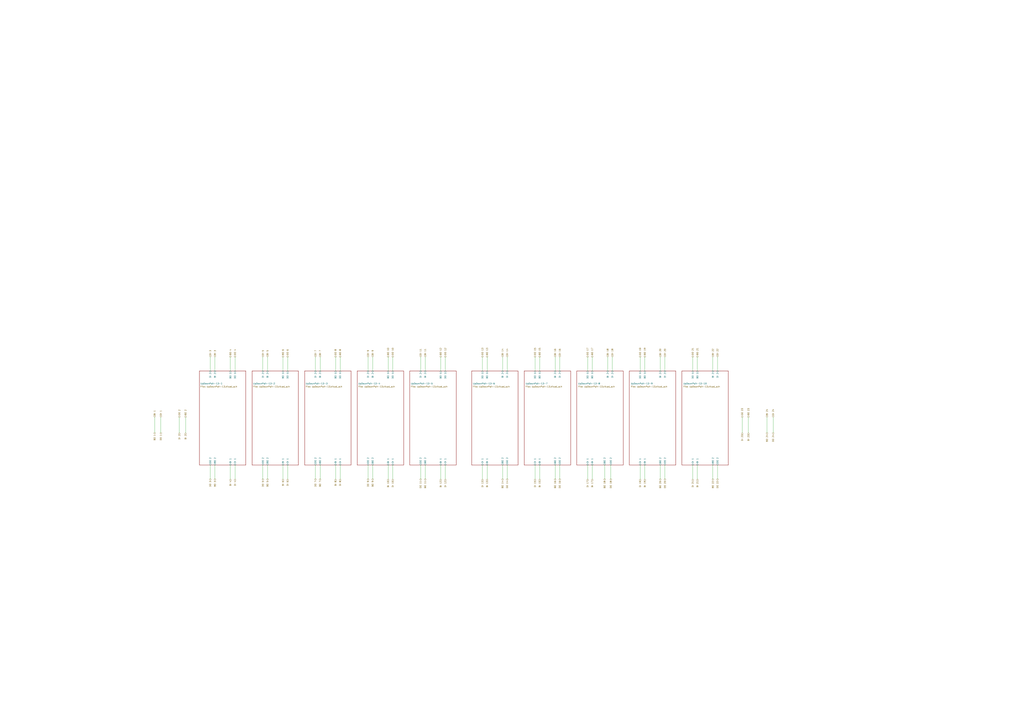
<source format=kicad_sch>
(kicad_sch
	(version 20231120)
	(generator "eeschema")
	(generator_version "8.0")
	(uuid "99161398-2f81-4d73-9532-45031819190d")
	(paper "A1")
	(lib_symbols)
	(wire
		(pts
			(xy 318.77 382.27) (xy 318.77 393.7)
		)
		(stroke
			(width 0)
			(type default)
		)
		(uuid "00eb3dcd-7e9b-491f-aca4-3d60990fca03")
	)
	(wire
		(pts
			(xy 412.75 382.27) (xy 412.75 393.7)
		)
		(stroke
			(width 0)
			(type default)
		)
		(uuid "012076af-2ce7-4f5d-be6f-da5338096e59")
	)
	(wire
		(pts
			(xy 443.23 293.37) (xy 443.23 304.8)
		)
		(stroke
			(width 0)
			(type default)
		)
		(uuid "0400b914-48b1-43e4-bf16-ea0af41f88d9")
	)
	(wire
		(pts
			(xy 219.71 293.37) (xy 219.71 304.8)
		)
		(stroke
			(width 0)
			(type default)
		)
		(uuid "068bad4a-6ee1-4e3e-8476-4011457160e7")
	)
	(wire
		(pts
			(xy 542.29 382.27) (xy 542.29 393.7)
		)
		(stroke
			(width 0)
			(type default)
		)
		(uuid "07687bba-3aa8-4973-bb57-bf995128c0d8")
	)
	(wire
		(pts
			(xy 236.22 382.27) (xy 236.22 393.7)
		)
		(stroke
			(width 0)
			(type default)
		)
		(uuid "10323ae5-6131-4bb2-9343-0392c6c7f6ff")
	)
	(wire
		(pts
			(xy 176.53 382.27) (xy 176.53 393.7)
		)
		(stroke
			(width 0)
			(type default)
		)
		(uuid "1739401a-b415-4605-afab-b7a08068f48d")
	)
	(wire
		(pts
			(xy 572.77 293.37) (xy 572.77 304.8)
		)
		(stroke
			(width 0)
			(type default)
		)
		(uuid "1ce58241-144b-4a82-a411-68176add4db8")
	)
	(wire
		(pts
			(xy 127 355.6) (xy 127 342.9)
		)
		(stroke
			(width 0)
			(type default)
		)
		(uuid "1e9d111c-c321-493d-86b8-26dcc3bc7e75")
	)
	(wire
		(pts
			(xy 459.74 382.27) (xy 459.74 393.7)
		)
		(stroke
			(width 0)
			(type default)
		)
		(uuid "1fe385db-e38b-4818-b2ae-5823e863355d")
	)
	(wire
		(pts
			(xy 275.59 382.27) (xy 275.59 393.7)
		)
		(stroke
			(width 0)
			(type default)
		)
		(uuid "217456ce-36a4-4960-a7e5-acdc3ab2fc3b")
	)
	(wire
		(pts
			(xy 486.41 293.37) (xy 486.41 304.8)
		)
		(stroke
			(width 0)
			(type default)
		)
		(uuid "2266c971-5903-4b1a-8970-289c049c77d5")
	)
	(wire
		(pts
			(xy 306.07 293.37) (xy 306.07 304.8)
		)
		(stroke
			(width 0)
			(type default)
		)
		(uuid "22afd69b-2981-4d26-913b-39dc0cb89a7c")
	)
	(wire
		(pts
			(xy 416.56 382.27) (xy 416.56 393.7)
		)
		(stroke
			(width 0)
			(type default)
		)
		(uuid "24d69267-fc35-4f22-9591-c25cd2e7b505")
	)
	(wire
		(pts
			(xy 172.72 382.27) (xy 172.72 393.7)
		)
		(stroke
			(width 0)
			(type default)
		)
		(uuid "2871a415-d08f-437b-9e99-e1599a650df3")
	)
	(wire
		(pts
			(xy 396.24 382.27) (xy 396.24 393.7)
		)
		(stroke
			(width 0)
			(type default)
		)
		(uuid "2da32aaa-dfb1-4565-a8fd-379c3ef54964")
	)
	(wire
		(pts
			(xy 439.42 382.27) (xy 439.42 393.7)
		)
		(stroke
			(width 0)
			(type default)
		)
		(uuid "304e2fdb-7f8c-4a44-b70e-8b8a5ae531c1")
	)
	(wire
		(pts
			(xy 215.9 382.27) (xy 215.9 393.7)
		)
		(stroke
			(width 0)
			(type default)
		)
		(uuid "310f48eb-9c56-4d52-8210-ee55c9080bf0")
	)
	(wire
		(pts
			(xy 365.76 293.37) (xy 365.76 304.8)
		)
		(stroke
			(width 0)
			(type default)
		)
		(uuid "31d842e6-b9f1-4fc8-b2b5-5fd5c65f7d91")
	)
	(wire
		(pts
			(xy 349.25 293.37) (xy 349.25 304.8)
		)
		(stroke
			(width 0)
			(type default)
		)
		(uuid "37c6a05d-1ce1-4543-9178-c5614513a8fd")
	)
	(wire
		(pts
			(xy 322.58 382.27) (xy 322.58 393.7)
		)
		(stroke
			(width 0)
			(type default)
		)
		(uuid "38c26808-de17-4799-9a42-46b33bdac30f")
	)
	(wire
		(pts
			(xy 482.6 293.37) (xy 482.6 304.8)
		)
		(stroke
			(width 0)
			(type default)
		)
		(uuid "3b025f87-efbb-48ed-8a07-785d86c08bef")
	)
	(wire
		(pts
			(xy 529.59 382.27) (xy 529.59 393.7)
		)
		(stroke
			(width 0)
			(type default)
		)
		(uuid "3d4d4537-a879-4f31-a251-b0abe02a19d7")
	)
	(wire
		(pts
			(xy 416.56 293.37) (xy 416.56 304.8)
		)
		(stroke
			(width 0)
			(type default)
		)
		(uuid "41e3b5d3-4f76-4a6c-af1f-ce957df8dd62")
	)
	(wire
		(pts
			(xy 568.96 382.27) (xy 568.96 393.7)
		)
		(stroke
			(width 0)
			(type default)
		)
		(uuid "46dbf365-3899-420f-b01f-df43cf2c7562")
	)
	(wire
		(pts
			(xy 529.59 293.37) (xy 529.59 304.8)
		)
		(stroke
			(width 0)
			(type default)
		)
		(uuid "47043acd-cc18-4f5e-adbc-c3dc24750c22")
	)
	(wire
		(pts
			(xy 302.26 382.27) (xy 302.26 393.7)
		)
		(stroke
			(width 0)
			(type default)
		)
		(uuid "48cbae3a-4026-426e-bf0d-bcb3ab5fcb08")
	)
	(wire
		(pts
			(xy 439.42 293.37) (xy 439.42 304.8)
		)
		(stroke
			(width 0)
			(type default)
		)
		(uuid "4a88fc4e-07fc-40af-8ab7-a82c9516f874")
	)
	(wire
		(pts
			(xy 193.04 382.27) (xy 193.04 393.7)
		)
		(stroke
			(width 0)
			(type default)
		)
		(uuid "4b4ea541-c7d1-4b47-9f58-4f8f87aa144c")
	)
	(wire
		(pts
			(xy 412.75 293.37) (xy 412.75 304.8)
		)
		(stroke
			(width 0)
			(type default)
		)
		(uuid "5a47c0b9-c8d0-480d-aaf3-837d662ffc89")
	)
	(wire
		(pts
			(xy 345.44 382.27) (xy 345.44 393.7)
		)
		(stroke
			(width 0)
			(type default)
		)
		(uuid "5afec35f-11d2-46c2-856e-1a5b2d8eec88")
	)
	(wire
		(pts
			(xy 585.47 382.27) (xy 585.47 393.7)
		)
		(stroke
			(width 0)
			(type default)
		)
		(uuid "5bb06023-b045-4026-ac6c-9725f3c139a2")
	)
	(wire
		(pts
			(xy 502.92 293.37) (xy 502.92 304.8)
		)
		(stroke
			(width 0)
			(type default)
		)
		(uuid "5c187cb4-3736-4cc1-b3c3-69b2c70c4601")
	)
	(wire
		(pts
			(xy 486.41 382.27) (xy 486.41 393.7)
		)
		(stroke
			(width 0)
			(type default)
		)
		(uuid "5d05d7c3-06ac-4a99-9a80-526cd34ff901")
	)
	(wire
		(pts
			(xy 396.24 293.37) (xy 396.24 304.8)
		)
		(stroke
			(width 0)
			(type default)
		)
		(uuid "5e4d53e2-d61a-4d3d-ac24-43dfb36ffcf0")
	)
	(wire
		(pts
			(xy 318.77 293.37) (xy 318.77 304.8)
		)
		(stroke
			(width 0)
			(type default)
		)
		(uuid "66517d60-e9af-414f-8603-3511e21967ff")
	)
	(wire
		(pts
			(xy 232.41 293.37) (xy 232.41 304.8)
		)
		(stroke
			(width 0)
			(type default)
		)
		(uuid "668b36f4-c3dd-4eef-a070-bc85b3ddf83f")
	)
	(wire
		(pts
			(xy 172.72 293.37) (xy 172.72 304.8)
		)
		(stroke
			(width 0)
			(type default)
		)
		(uuid "66f6b4e6-e1b8-4bb7-962b-68e5e656a6da")
	)
	(wire
		(pts
			(xy 609.6 342.9) (xy 609.6 355.6)
		)
		(stroke
			(width 0)
			(type default)
		)
		(uuid "68ff132d-5cab-422e-85ea-61240ef501f3")
	)
	(wire
		(pts
			(xy 572.77 382.27) (xy 572.77 393.7)
		)
		(stroke
			(width 0)
			(type default)
		)
		(uuid "6aa117ab-c745-448f-93a5-4079d49401a5")
	)
	(wire
		(pts
			(xy 542.29 293.37) (xy 542.29 304.8)
		)
		(stroke
			(width 0)
			(type default)
		)
		(uuid "6b2fd3d9-2ec4-40a3-94fd-1233ed17f9bc")
	)
	(wire
		(pts
			(xy 345.44 293.37) (xy 345.44 304.8)
		)
		(stroke
			(width 0)
			(type default)
		)
		(uuid "6b79a7d5-08fa-4fab-9c2b-6d5b97a5f436")
	)
	(wire
		(pts
			(xy 499.11 293.37) (xy 499.11 304.8)
		)
		(stroke
			(width 0)
			(type default)
		)
		(uuid "76fa4945-a9f4-4c12-b3c4-84b2d4d8324b")
	)
	(wire
		(pts
			(xy 176.53 293.37) (xy 176.53 304.8)
		)
		(stroke
			(width 0)
			(type default)
		)
		(uuid "856bbb7c-533d-4bed-b176-30eebe475b83")
	)
	(wire
		(pts
			(xy 361.95 382.27) (xy 361.95 393.7)
		)
		(stroke
			(width 0)
			(type default)
		)
		(uuid "859858cb-b154-4464-abd1-a75c8aa53f48")
	)
	(wire
		(pts
			(xy 361.95 293.37) (xy 361.95 304.8)
		)
		(stroke
			(width 0)
			(type default)
		)
		(uuid "863dc6a4-fd50-4ff9-9178-6c86dca6aef3")
	)
	(wire
		(pts
			(xy 302.26 293.37) (xy 302.26 304.8)
		)
		(stroke
			(width 0)
			(type default)
		)
		(uuid "873f3957-7941-4735-9c41-1ff77cb88bae")
	)
	(wire
		(pts
			(xy 259.08 382.27) (xy 259.08 393.7)
		)
		(stroke
			(width 0)
			(type default)
		)
		(uuid "8bfd7ebb-ff65-4fca-9b18-52bb6b84a21c")
	)
	(wire
		(pts
			(xy 365.76 382.27) (xy 365.76 393.7)
		)
		(stroke
			(width 0)
			(type default)
		)
		(uuid "8c904d64-0336-4c09-b093-c6bf2651b58e")
	)
	(wire
		(pts
			(xy 189.23 293.37) (xy 189.23 304.8)
		)
		(stroke
			(width 0)
			(type default)
		)
		(uuid "8f7a35c3-435f-4411-8a0f-cc96b0fb36ed")
	)
	(wire
		(pts
			(xy 585.47 293.37) (xy 585.47 304.8)
		)
		(stroke
			(width 0)
			(type default)
		)
		(uuid "8ff2623f-9e0c-4e2a-be5f-636942801788")
	)
	(wire
		(pts
			(xy 279.4 293.37) (xy 279.4 304.8)
		)
		(stroke
			(width 0)
			(type default)
		)
		(uuid "9099b1c4-8c2a-4235-9cb5-b33ae8f13472")
	)
	(wire
		(pts
			(xy 275.59 293.37) (xy 275.59 304.8)
		)
		(stroke
			(width 0)
			(type default)
		)
		(uuid "934e9de5-659c-4fda-afa5-527b066e7a61")
	)
	(wire
		(pts
			(xy 482.6 382.27) (xy 482.6 393.7)
		)
		(stroke
			(width 0)
			(type default)
		)
		(uuid "93a0bffb-7ffe-43fb-a260-f7316f8521a0")
	)
	(wire
		(pts
			(xy 455.93 382.27) (xy 455.93 393.7)
		)
		(stroke
			(width 0)
			(type default)
		)
		(uuid "951bec97-4648-46f7-a493-1b3757e792b4")
	)
	(wire
		(pts
			(xy 589.28 293.37) (xy 589.28 304.8)
		)
		(stroke
			(width 0)
			(type default)
		)
		(uuid "9ab1cef0-a56a-43dd-a983-f4a0203878ed")
	)
	(wire
		(pts
			(xy 306.07 382.27) (xy 306.07 393.7)
		)
		(stroke
			(width 0)
			(type default)
		)
		(uuid "a76775b2-9256-4de2-aae6-d4ebb042f7cf")
	)
	(wire
		(pts
			(xy 215.9 293.37) (xy 215.9 304.8)
		)
		(stroke
			(width 0)
			(type default)
		)
		(uuid "aaf19566-9fc1-4cf4-a96d-53af7eb73941")
	)
	(wire
		(pts
			(xy 459.74 293.37) (xy 459.74 304.8)
		)
		(stroke
			(width 0)
			(type default)
		)
		(uuid "acfa2093-d3ea-4847-8c84-4c6d3c1b97d6")
	)
	(wire
		(pts
			(xy 189.23 382.27) (xy 189.23 393.7)
		)
		(stroke
			(width 0)
			(type default)
		)
		(uuid "b26f1268-e82b-4e65-93d1-665bb99610d7")
	)
	(wire
		(pts
			(xy 152.4 355.6) (xy 152.4 342.9)
		)
		(stroke
			(width 0)
			(type default)
		)
		(uuid "b58bd722-7997-43ae-b723-a59a2eb79eb6")
	)
	(wire
		(pts
			(xy 443.23 382.27) (xy 443.23 393.7)
		)
		(stroke
			(width 0)
			(type default)
		)
		(uuid "b68d12b4-2279-40c8-9215-69e9043278e6")
	)
	(wire
		(pts
			(xy 525.78 293.37) (xy 525.78 304.8)
		)
		(stroke
			(width 0)
			(type default)
		)
		(uuid "b9e1a949-3920-426d-82e2-fff9f9ffe849")
	)
	(wire
		(pts
			(xy 400.05 293.37) (xy 400.05 304.8)
		)
		(stroke
			(width 0)
			(type default)
		)
		(uuid "bfb3efc4-b2dc-476b-bb9a-e75d3b73dce2")
	)
	(wire
		(pts
			(xy 259.08 293.37) (xy 259.08 304.8)
		)
		(stroke
			(width 0)
			(type default)
		)
		(uuid "bfd641fd-bde0-4665-8d53-ca32793d8c76")
	)
	(wire
		(pts
			(xy 629.92 342.9) (xy 629.92 355.6)
		)
		(stroke
			(width 0)
			(type default)
		)
		(uuid "c2703045-8fab-4aaa-bf17-c618f01c8ff0")
	)
	(wire
		(pts
			(xy 349.25 382.27) (xy 349.25 393.7)
		)
		(stroke
			(width 0)
			(type default)
		)
		(uuid "c3906ba5-7684-43b8-a6ba-86cbf44bafe6")
	)
	(wire
		(pts
			(xy 546.1 293.37) (xy 546.1 304.8)
		)
		(stroke
			(width 0)
			(type default)
		)
		(uuid "c4829bcb-cc68-4548-b871-1e157e8195f1")
	)
	(wire
		(pts
			(xy 232.41 382.27) (xy 232.41 393.7)
		)
		(stroke
			(width 0)
			(type default)
		)
		(uuid "c5397546-da05-4db0-9253-f56fcb435aec")
	)
	(wire
		(pts
			(xy 525.78 382.27) (xy 525.78 393.7)
		)
		(stroke
			(width 0)
			(type default)
		)
		(uuid "ca16abb6-8ac5-4c26-b478-13799c99e0fc")
	)
	(wire
		(pts
			(xy 455.93 293.37) (xy 455.93 304.8)
		)
		(stroke
			(width 0)
			(type default)
		)
		(uuid "ccccaff8-c7a0-4267-9dba-cbabc31cd92e")
	)
	(wire
		(pts
			(xy 132.08 355.6) (xy 132.08 342.9)
		)
		(stroke
			(width 0)
			(type default)
		)
		(uuid "dd3635d4-5781-4e6f-80be-ac5c6aa47b12")
	)
	(wire
		(pts
			(xy 635 342.9) (xy 635 355.6)
		)
		(stroke
			(width 0)
			(type default)
		)
		(uuid "e0954c08-6093-40f5-a95a-d517a5273539")
	)
	(wire
		(pts
			(xy 262.89 293.37) (xy 262.89 304.8)
		)
		(stroke
			(width 0)
			(type default)
		)
		(uuid "e93c2783-bc9a-49b3-baa8-17fe1eb9c41a")
	)
	(wire
		(pts
			(xy 614.68 342.9) (xy 614.68 355.6)
		)
		(stroke
			(width 0)
			(type default)
		)
		(uuid "ec657375-fd61-4dbf-b2b9-10cced6b7462")
	)
	(wire
		(pts
			(xy 496.57 382.27) (xy 496.57 393.7)
		)
		(stroke
			(width 0)
			(type default)
		)
		(uuid "eea3f138-5cc4-4779-bcf2-5687db22ce2c")
	)
	(wire
		(pts
			(xy 322.58 293.37) (xy 322.58 304.8)
		)
		(stroke
			(width 0)
			(type default)
		)
		(uuid "f044854a-1de2-4993-ae4c-3f184b02257e")
	)
	(wire
		(pts
			(xy 501.65 382.27) (xy 501.65 393.7)
		)
		(stroke
			(width 0)
			(type default)
		)
		(uuid "f286f54a-b186-4c3a-bdfa-93836cdc0bc2")
	)
	(wire
		(pts
			(xy 193.04 293.37) (xy 193.04 304.8)
		)
		(stroke
			(width 0)
			(type default)
		)
		(uuid "f405cfa5-a298-436b-a58e-1ff179162488")
	)
	(wire
		(pts
			(xy 219.71 382.27) (xy 219.71 393.7)
		)
		(stroke
			(width 0)
			(type default)
		)
		(uuid "f8404327-35c8-4914-8540-3553fcbfb2d3")
	)
	(wire
		(pts
			(xy 546.1 382.27) (xy 546.1 393.7)
		)
		(stroke
			(width 0)
			(type default)
		)
		(uuid "f9cd718d-45c1-4f72-9f3a-ca27a0a1e9be")
	)
	(wire
		(pts
			(xy 262.89 382.27) (xy 262.89 393.7)
		)
		(stroke
			(width 0)
			(type default)
		)
		(uuid "fa5fee4f-a09c-460c-aa3f-dfe4e9256d4e")
	)
	(wire
		(pts
			(xy 279.4 382.27) (xy 279.4 393.7)
		)
		(stroke
			(width 0)
			(type default)
		)
		(uuid "fb8929c9-71ff-4d0b-b4f1-2f6c36fcab91")
	)
	(wire
		(pts
			(xy 589.28 382.27) (xy 589.28 393.7)
		)
		(stroke
			(width 0)
			(type default)
		)
		(uuid "fdd7b001-41cf-4062-8f47-b903fd812f18")
	)
	(wire
		(pts
			(xy 147.32 355.6) (xy 147.32 342.9)
		)
		(stroke
			(width 0)
			(type default)
		)
		(uuid "fe71f532-74b6-4cdf-b3f4-3d69c9c69c36")
	)
	(wire
		(pts
			(xy 568.96 293.37) (xy 568.96 304.8)
		)
		(stroke
			(width 0)
			(type default)
		)
		(uuid "ff702115-ca20-4c32-9d46-7111a4053c54")
	)
	(wire
		(pts
			(xy 236.22 293.37) (xy 236.22 304.8)
		)
		(stroke
			(width 0)
			(type default)
		)
		(uuid "fff047c9-615f-4cb9-911d-c7cf67109c88")
	)
	(wire
		(pts
			(xy 400.05 382.27) (xy 400.05 393.7)
		)
		(stroke
			(width 0)
			(type default)
		)
		(uuid "fff4f739-3550-4f5c-b454-cb3644f32a2e")
	)
	(hierarchical_label "BO 11"
		(shape output)
		(at 349.25 393.7 270)
		(fields_autoplaced yes)
		(effects
			(font
				(size 1.27 1.27)
			)
			(justify right)
		)
		(uuid "008bbcc8-a13e-4931-b215-c505390d4bf2")
	)
	(hierarchical_label "DI 10"
		(shape input)
		(at 322.58 393.7 270)
		(fields_autoplaced yes)
		(effects
			(font
				(size 1.27 1.27)
			)
			(justify right)
		)
		(uuid "01ef41a8-6cf8-44a8-b685-b7d96b502c44")
	)
	(hierarchical_label "BO 12"
		(shape output)
		(at 361.95 293.37 90)
		(fields_autoplaced yes)
		(effects
			(font
				(size 1.27 1.27)
			)
			(justify left)
		)
		(uuid "032da81d-aef8-4515-b500-035aad888844")
	)
	(hierarchical_label "BO 24"
		(shape output)
		(at 629.92 355.6 270)
		(fields_autoplaced yes)
		(effects
			(font
				(size 1.27 1.27)
			)
			(justify right)
		)
		(uuid "04fccf48-c084-457c-844b-3c739207cd4a")
	)
	(hierarchical_label "DI 12"
		(shape input)
		(at 365.76 393.7 270)
		(fields_autoplaced yes)
		(effects
			(font
				(size 1.27 1.27)
			)
			(justify right)
		)
		(uuid "0a74a735-e695-45f4-abee-a6202ecfa206")
	)
	(hierarchical_label "BO 10"
		(shape output)
		(at 318.77 293.37 90)
		(fields_autoplaced yes)
		(effects
			(font
				(size 1.27 1.27)
			)
			(justify left)
		)
		(uuid "0ba620cf-8072-4934-a469-bb9eecc83174")
	)
	(hierarchical_label "DO 17"
		(shape output)
		(at 482.6 293.37 90)
		(fields_autoplaced yes)
		(effects
			(font
				(size 1.27 1.27)
			)
			(justify left)
		)
		(uuid "0d944424-290f-400d-9c87-6933c19bc44a")
	)
	(hierarchical_label "BO 17"
		(shape output)
		(at 486.41 293.37 90)
		(fields_autoplaced yes)
		(effects
			(font
				(size 1.27 1.27)
			)
			(justify left)
		)
		(uuid "0e573ec4-e757-4cdf-89eb-f6eb55c03edb")
	)
	(hierarchical_label "DO 4"
		(shape output)
		(at 193.04 293.37 90)
		(fields_autoplaced yes)
		(effects
			(font
				(size 1.27 1.27)
			)
			(justify left)
		)
		(uuid "0fe7118d-0446-4a36-9c9f-b01ddca2e259")
	)
	(hierarchical_label "DI 21"
		(shape input)
		(at 568.96 393.7 270)
		(fields_autoplaced yes)
		(effects
			(font
				(size 1.27 1.27)
			)
			(justify right)
		)
		(uuid "14425495-2aa6-4643-8bb1-6363a6c5993b")
	)
	(hierarchical_label "DO 23"
		(shape output)
		(at 609.6 342.9 90)
		(fields_autoplaced yes)
		(effects
			(font
				(size 1.27 1.27)
			)
			(justify left)
		)
		(uuid "14e50661-8e5d-4af5-99e2-fba677be2e75")
	)
	(hierarchical_label "DO 13"
		(shape output)
		(at 396.24 293.37 90)
		(fields_autoplaced yes)
		(effects
			(font
				(size 1.27 1.27)
			)
			(justify left)
		)
		(uuid "170f4f48-0503-4c87-bea6-13bcf756e4cb")
	)
	(hierarchical_label "BI 15"
		(shape input)
		(at 443.23 393.7 270)
		(fields_autoplaced yes)
		(effects
			(font
				(size 1.27 1.27)
			)
			(justify right)
		)
		(uuid "1dca0319-193c-4647-8ea5-b676619d5c2d")
	)
	(hierarchical_label "DO 8"
		(shape output)
		(at 275.59 293.37 90)
		(fields_autoplaced yes)
		(effects
			(font
				(size 1.27 1.27)
			)
			(justify left)
		)
		(uuid "2349692e-f4a2-43bb-b699-5bb6d479a9dc")
	)
	(hierarchical_label "DI 20"
		(shape input)
		(at 546.1 293.37 90)
		(fields_autoplaced yes)
		(effects
			(font
				(size 1.27 1.27)
			)
			(justify left)
		)
		(uuid "26f77031-4785-4f21-b0e0-5c3d72b970a1")
	)
	(hierarchical_label "DO 22"
		(shape output)
		(at 589.28 393.7 270)
		(fields_autoplaced yes)
		(effects
			(font
				(size 1.27 1.27)
			)
			(justify right)
		)
		(uuid "294c4032-6616-498d-8597-16d738fc4377")
	)
	(hierarchical_label "BO 15"
		(shape output)
		(at 443.23 293.37 90)
		(fields_autoplaced yes)
		(effects
			(font
				(size 1.27 1.27)
			)
			(justify left)
		)
		(uuid "2abe125f-1398-467a-8af3-7606529fcecb")
	)
	(hierarchical_label "DO 5"
		(shape output)
		(at 215.9 393.7 270)
		(fields_autoplaced yes)
		(effects
			(font
				(size 1.27 1.27)
			)
			(justify right)
		)
		(uuid "2d4f7131-f5ab-4922-9d9a-4d6151de3b4b")
	)
	(hierarchical_label "BI 19"
		(shape input)
		(at 529.59 393.7 270)
		(fields_autoplaced yes)
		(effects
			(font
				(size 1.27 1.27)
			)
			(justify right)
		)
		(uuid "2d513406-916c-4a1e-8fca-846342c4cff8")
	)
	(hierarchical_label "BI 23"
		(shape input)
		(at 614.68 355.6 270)
		(fields_autoplaced yes)
		(effects
			(font
				(size 1.27 1.27)
			)
			(justify right)
		)
		(uuid "30e1b19e-248f-416e-8d95-6a6b70f0b78a")
	)
	(hierarchical_label "BI 4"
		(shape input)
		(at 189.23 393.7 270)
		(fields_autoplaced yes)
		(effects
			(font
				(size 1.27 1.27)
			)
			(justify right)
		)
		(uuid "352f3a70-bc28-420d-9365-4fe263c50d96")
	)
	(hierarchical_label "DI 23"
		(shape input)
		(at 609.6 355.6 270)
		(fields_autoplaced yes)
		(effects
			(font
				(size 1.27 1.27)
			)
			(justify right)
		)
		(uuid "3864b0d8-57fa-4548-8e43-9f854be927a2")
	)
	(hierarchical_label "BI 8"
		(shape input)
		(at 275.59 393.7 270)
		(fields_autoplaced yes)
		(effects
			(font
				(size 1.27 1.27)
			)
			(justify right)
		)
		(uuid "3995cdb8-705d-42b9-8e8d-720dd5d2a5d1")
	)
	(hierarchical_label "DI 7"
		(shape input)
		(at 259.08 293.37 90)
		(fields_autoplaced yes)
		(effects
			(font
				(size 1.27 1.27)
			)
			(justify left)
		)
		(uuid "3ae18078-733e-4841-a2ca-eb66ccf1868f")
	)
	(hierarchical_label "BO 20"
		(shape output)
		(at 542.29 393.7 270)
		(fields_autoplaced yes)
		(effects
			(font
				(size 1.27 1.27)
			)
			(justify right)
		)
		(uuid "3c8c4ff2-90ab-48cd-906a-190169365747")
	)
	(hierarchical_label "DO 7"
		(shape output)
		(at 259.08 393.7 270)
		(fields_autoplaced yes)
		(effects
			(font
				(size 1.27 1.27)
			)
			(justify right)
		)
		(uuid "3cb30c14-1881-4e01-937c-ad972a46fca4")
	)
	(hierarchical_label "BO 6"
		(shape output)
		(at 232.41 293.37 90)
		(fields_autoplaced yes)
		(effects
			(font
				(size 1.27 1.27)
			)
			(justify left)
		)
		(uuid "419ba664-bff0-492b-aff2-f413c5788cf5")
	)
	(hierarchical_label "BI 1"
		(shape input)
		(at 127 342.9 90)
		(fields_autoplaced yes)
		(effects
			(font
				(size 1.27 1.27)
			)
			(justify left)
		)
		(uuid "44a0be51-33da-4fb6-a835-26cef0813700")
	)
	(hierarchical_label "DO 14"
		(shape output)
		(at 416.56 393.7 270)
		(fields_autoplaced yes)
		(effects
			(font
				(size 1.27 1.27)
			)
			(justify right)
		)
		(uuid "45722529-a691-4fdd-90fe-4f6417a80f3f")
	)
	(hierarchical_label "DO 15"
		(shape output)
		(at 439.42 293.37 90)
		(fields_autoplaced yes)
		(effects
			(font
				(size 1.27 1.27)
			)
			(justify left)
		)
		(uuid "48148154-1e4e-408f-beb4-b60597147dea")
	)
	(hierarchical_label "DI 13"
		(shape input)
		(at 396.24 393.7 270)
		(fields_autoplaced yes)
		(effects
			(font
				(size 1.27 1.27)
			)
			(justify right)
		)
		(uuid "48d563b2-80ec-4b6e-944a-edce80025a35")
	)
	(hierarchical_label "BI 24"
		(shape input)
		(at 629.92 342.9 90)
		(fields_autoplaced yes)
		(effects
			(font
				(size 1.27 1.27)
			)
			(justify left)
		)
		(uuid "49b12f33-2f7a-4e25-bf24-4a02f4709ee5")
	)
	(hierarchical_label "DI 3"
		(shape input)
		(at 172.72 293.37 90)
		(fields_autoplaced yes)
		(effects
			(font
				(size 1.27 1.27)
			)
			(justify left)
		)
		(uuid "4bad7f3c-2a03-4cb1-9888-51f356ba2839")
	)
	(hierarchical_label "BI 6"
		(shape input)
		(at 232.41 393.7 270)
		(fields_autoplaced yes)
		(effects
			(font
				(size 1.27 1.27)
			)
			(justify right)
		)
		(uuid "4ccd115b-e008-4d28-a4ca-91c395e3e3e5")
	)
	(hierarchical_label "BO 3"
		(shape output)
		(at 176.53 393.7 270)
		(fields_autoplaced yes)
		(effects
			(font
				(size 1.27 1.27)
			)
			(justify right)
		)
		(uuid "4d7a859e-dc16-4317-aa63-cd41564b925f")
	)
	(hierarchical_label "BI 2"
		(shape input)
		(at 152.4 355.6 270)
		(fields_autoplaced yes)
		(effects
			(font
				(size 1.27 1.27)
			)
			(justify right)
		)
		(uuid "4d7c7c00-67e1-4dd7-a6f1-84697b4e85af")
	)
	(hierarchical_label "DI 22"
		(shape input)
		(at 589.28 293.37 90)
		(fields_autoplaced yes)
		(effects
			(font
				(size 1.27 1.27)
			)
			(justify left)
		)
		(uuid "4e41e8f6-964d-41d3-b330-7e6329cbb3ec")
	)
	(hierarchical_label "BI 20"
		(shape input)
		(at 542.29 293.37 90)
		(fields_autoplaced yes)
		(effects
			(font
				(size 1.27 1.27)
			)
			(justify left)
		)
		(uuid "5194454c-1d4d-463f-8aa8-23c9311c818f")
	)
	(hierarchical_label "BI 14"
		(shape input)
		(at 412.75 293.37 90)
		(fields_autoplaced yes)
		(effects
			(font
				(size 1.27 1.27)
			)
			(justify left)
		)
		(uuid "53bb18fe-ea90-49f7-8a1f-79fc1a7010c8")
	)
	(hierarchical_label "BO 9"
		(shape output)
		(at 306.07 393.7 270)
		(fields_autoplaced yes)
		(effects
			(font
				(size 1.27 1.27)
			)
			(justify right)
		)
		(uuid "550572ac-17a3-4030-b1a2-e74efe64334f")
	)
	(hierarchical_label "BI 21"
		(shape input)
		(at 572.77 393.7 270)
		(fields_autoplaced yes)
		(effects
			(font
				(size 1.27 1.27)
			)
			(justify right)
		)
		(uuid "5c12ba1e-5106-418c-9db8-9db13305f9b2")
	)
	(hierarchical_label "DO 20"
		(shape output)
		(at 546.1 393.7 270)
		(fields_autoplaced yes)
		(effects
			(font
				(size 1.27 1.27)
			)
			(justify right)
		)
		(uuid "5d3268b4-579e-46df-b1a0-d1619bdf2cf9")
	)
	(hierarchical_label "DI 5"
		(shape input)
		(at 215.9 293.37 90)
		(fields_autoplaced yes)
		(effects
			(font
				(size 1.27 1.27)
			)
			(justify left)
		)
		(uuid "63bb4ab7-89fe-44d7-997d-4282eda8ae1a")
	)
	(hierarchical_label "BO 7"
		(shape output)
		(at 262.89 393.7 270)
		(fields_autoplaced yes)
		(effects
			(font
				(size 1.27 1.27)
			)
			(justify right)
		)
		(uuid "6434e523-14fa-45b9-b2e5-7f5e995b8ee7")
	)
	(hierarchical_label "DI 15"
		(shape input)
		(at 439.42 393.7 270)
		(fields_autoplaced yes)
		(effects
			(font
				(size 1.27 1.27)
			)
			(justify right)
		)
		(uuid "6758be13-95c8-465b-9196-ab8ee28d9abe")
	)
	(hierarchical_label "BI 7"
		(shape input)
		(at 262.89 293.37 90)
		(fields_autoplaced yes)
		(effects
			(font
				(size 1.27 1.27)
			)
			(justify left)
		)
		(uuid "69f3c1c6-18a0-48d9-a578-cb6048196242")
	)
	(hierarchical_label "DO 9"
		(shape output)
		(at 302.26 393.7 270)
		(fields_autoplaced yes)
		(effects
			(font
				(size 1.27 1.27)
			)
			(justify right)
		)
		(uuid "6abc8a3f-83f4-46ff-9f34-dfe7e71b84b3")
	)
	(hierarchical_label "BI 22"
		(shape input)
		(at 585.47 293.37 90)
		(fields_autoplaced yes)
		(effects
			(font
				(size 1.27 1.27)
			)
			(justify left)
		)
		(uuid "6e257022-ab2d-4dcf-94b6-58741f811fcb")
	)
	(hierarchical_label "DI 16"
		(shape input)
		(at 459.74 293.37 90)
		(fields_autoplaced yes)
		(effects
			(font
				(size 1.27 1.27)
			)
			(justify left)
		)
		(uuid "715f02b2-7cc0-4122-9d3b-5ee7cbd68327")
	)
	(hierarchical_label "BO 23"
		(shape output)
		(at 614.68 342.9 90)
		(fields_autoplaced yes)
		(effects
			(font
				(size 1.27 1.27)
			)
			(justify left)
		)
		(uuid "7319a1b8-850f-4f6c-8a6b-732074e688b5")
	)
	(hierarchical_label "BO 16"
		(shape output)
		(at 455.93 393.7 270)
		(fields_autoplaced yes)
		(effects
			(font
				(size 1.27 1.27)
			)
			(justify right)
		)
		(uuid "801875c2-d369-495d-ac95-616e6740e34b")
	)
	(hierarchical_label "BI 10"
		(shape input)
		(at 318.77 393.7 270)
		(fields_autoplaced yes)
		(effects
			(font
				(size 1.27 1.27)
			)
			(justify right)
		)
		(uuid "871b560d-c2af-4cbd-a700-7828e550c8ce")
	)
	(hierarchical_label "DI 9"
		(shape input)
		(at 302.26 293.37 90)
		(fields_autoplaced yes)
		(effects
			(font
				(size 1.27 1.27)
			)
			(justify left)
		)
		(uuid "900f0a88-ddc2-479c-b173-3c537eae4bc1")
	)
	(hierarchical_label "DO 24"
		(shape output)
		(at 635 355.6 270)
		(fields_autoplaced yes)
		(effects
			(font
				(size 1.27 1.27)
			)
			(justify right)
		)
		(uuid "908caff2-d902-41fc-b9cf-7d9f48ec1e7c")
	)
	(hierarchical_label "DO 3"
		(shape output)
		(at 172.72 393.7 270)
		(fields_autoplaced yes)
		(effects
			(font
				(size 1.27 1.27)
			)
			(justify right)
		)
		(uuid "955d4d1f-0ade-49b3-9fbe-5bb7e836912e")
	)
	(hierarchical_label "BI 3"
		(shape input)
		(at 176.53 293.37 90)
		(fields_autoplaced yes)
		(effects
			(font
				(size 1.27 1.27)
			)
			(justify left)
		)
		(uuid "96e64b76-4fc2-438c-81aa-6217faf91ea0")
	)
	(hierarchical_label "BI 5"
		(shape input)
		(at 219.71 293.37 90)
		(fields_autoplaced yes)
		(effects
			(font
				(size 1.27 1.27)
			)
			(justify left)
		)
		(uuid "980d7c6d-cb99-4044-8c65-c6e5041df210")
	)
	(hierarchical_label "DI 24"
		(shape input)
		(at 635 342.9 90)
		(fields_autoplaced yes)
		(effects
			(font
				(size 1.27 1.27)
			)
			(justify left)
		)
		(uuid "9a17efbe-e00a-4927-b51b-5c1b7ec49947")
	)
	(hierarchical_label "BO 13"
		(shape output)
		(at 400.05 293.37 90)
		(fields_autoplaced yes)
		(effects
			(font
				(size 1.27 1.27)
			)
			(justify left)
		)
		(uuid "9a4802dc-42b7-45f5-8601-84bb1ad7300a")
	)
	(hierarchical_label "DO 10"
		(shape output)
		(at 322.58 293.37 90)
		(fields_autoplaced yes)
		(effects
			(font
				(size 1.27 1.27)
			)
			(justify left)
		)
		(uuid "9dc55707-228a-41fa-b091-f1eafc95c9af")
	)
	(hierarchical_label "DI 14"
		(shape input)
		(at 416.56 293.37 90)
		(fields_autoplaced yes)
		(effects
			(font
				(size 1.27 1.27)
			)
			(justify left)
		)
		(uuid "9e38fe0d-180f-487d-be04-3674a36e1681")
	)
	(hierarchical_label "DI 2"
		(shape input)
		(at 147.32 355.6 270)
		(fields_autoplaced yes)
		(effects
			(font
				(size 1.27 1.27)
			)
			(justify right)
		)
		(uuid "a1088304-7b37-4bee-a3d3-9f13c83078ea")
	)
	(hierarchical_label "BI 12"
		(shape input)
		(at 361.95 393.7 270)
		(fields_autoplaced yes)
		(effects
			(font
				(size 1.27 1.27)
			)
			(justify right)
		)
		(uuid "a33747d6-5225-4b3c-8a25-184c5ad053d6")
	)
	(hierarchical_label "DI 17"
		(shape input)
		(at 482.6 393.7 270)
		(fields_autoplaced yes)
		(effects
			(font
				(size 1.27 1.27)
			)
			(justify right)
		)
		(uuid "a3e64dae-9485-4a0e-821b-c51a72705672")
	)
	(hierarchical_label "BI 9"
		(shape input)
		(at 306.07 293.37 90)
		(fields_autoplaced yes)
		(effects
			(font
				(size 1.27 1.27)
			)
			(justify left)
		)
		(uuid "a496a31f-6b6e-4963-bd15-9695c87a6f68")
	)
	(hierarchical_label "DO 19"
		(shape output)
		(at 525.78 293.37 90)
		(fields_autoplaced yes)
		(effects
			(font
				(size 1.27 1.27)
			)
			(justify left)
		)
		(uuid "a8bf2394-759e-4285-a9b3-ec0420d27fe4")
	)
	(hierarchical_label "DI 18"
		(shape input)
		(at 502.92 293.37 90)
		(fields_autoplaced yes)
		(effects
			(font
				(size 1.27 1.27)
			)
			(justify left)
		)
		(uuid "a96529c6-3695-420f-b1c5-b865aacf3690")
	)
	(hierarchical_label "BO 14"
		(shape output)
		(at 412.75 393.7 270)
		(fields_autoplaced yes)
		(effects
			(font
				(size 1.27 1.27)
			)
			(justify right)
		)
		(uuid "a9acfccc-5e13-475a-8b93-7d654c7a9724")
	)
	(hierarchical_label "DO 21"
		(shape output)
		(at 568.96 293.37 90)
		(fields_autoplaced yes)
		(effects
			(font
				(size 1.27 1.27)
			)
			(justify left)
		)
		(uuid "ab88c113-e7b5-4d8f-90bb-06a43bae0ef9")
	)
	(hierarchical_label "BO 1"
		(shape output)
		(at 127 355.6 270)
		(fields_autoplaced yes)
		(effects
			(font
				(size 1.27 1.27)
			)
			(justify right)
		)
		(uuid "abdf8687-ecc2-46ff-8acc-6f41679587d9")
	)
	(hierarchical_label "DI 1"
		(shape input)
		(at 132.08 342.9 90)
		(fields_autoplaced yes)
		(effects
			(font
				(size 1.27 1.27)
			)
			(justify left)
		)
		(uuid "b0ca76ab-886a-47c5-9ad7-8036ee5a2047")
	)
	(hierarchical_label "DO 16"
		(shape output)
		(at 459.74 393.7 270)
		(fields_autoplaced yes)
		(effects
			(font
				(size 1.27 1.27)
			)
			(justify right)
		)
		(uuid "b45b64b3-6b29-4c24-ac6f-e5d9f0985d6a")
	)
	(hierarchical_label "DO 12"
		(shape output)
		(at 365.76 293.37 90)
		(fields_autoplaced yes)
		(effects
			(font
				(size 1.27 1.27)
			)
			(justify left)
		)
		(uuid "b940436a-e4d7-410a-8249-3716d695d01f")
	)
	(hierarchical_label "BO 5"
		(shape output)
		(at 219.71 393.7 270)
		(fields_autoplaced yes)
		(effects
			(font
				(size 1.27 1.27)
			)
			(justify right)
		)
		(uuid "be01a629-ed30-4900-8aa3-7bc7e9dd2518")
	)
	(hierarchical_label "DI 19"
		(shape input)
		(at 525.78 393.7 270)
		(fields_autoplaced yes)
		(effects
			(font
				(size 1.27 1.27)
			)
			(justify right)
		)
		(uuid "c4f7bcb5-7fee-4873-8e63-17809ee19862")
	)
	(hierarchical_label "BI 16"
		(shape input)
		(at 455.93 293.37 90)
		(fields_autoplaced yes)
		(effects
			(font
				(size 1.27 1.27)
			)
			(justify left)
		)
		(uuid "c51ffa88-1ae0-42fb-ba88-6f2cc2a70e5a")
	)
	(hierarchical_label "DO 1"
		(shape output)
		(at 132.08 355.6 270)
		(fields_autoplaced yes)
		(effects
			(font
				(size 1.27 1.27)
			)
			(justify right)
		)
		(uuid "c7a8029b-a453-4d7f-9e0e-4c413da78bd1")
	)
	(hierarchical_label "BI 18"
		(shape input)
		(at 499.11 293.37 90)
		(fields_autoplaced yes)
		(effects
			(font
				(size 1.27 1.27)
			)
			(justify left)
		)
		(uuid "ca038895-7ff4-4dd1-b3d1-9fb80d0f0d30")
	)
	(hierarchical_label "DO 11"
		(shape output)
		(at 345.44 393.7 270)
		(fields_autoplaced yes)
		(effects
			(font
				(size 1.27 1.27)
			)
			(justify right)
		)
		(uuid "cb083036-f288-4a05-b1fe-1a2b89800a45")
	)
	(hierarchical_label "DI 11"
		(shape input)
		(at 345.44 293.37 90)
		(fields_autoplaced yes)
		(effects
			(font
				(size 1.27 1.27)
			)
			(justify left)
		)
		(uuid "cccf69d8-c323-48eb-8bbc-6b1bbb8ebb01")
	)
	(hierarchical_label "BO 21"
		(shape output)
		(at 572.77 293.37 90)
		(fields_autoplaced yes)
		(effects
			(font
				(size 1.27 1.27)
			)
			(justify left)
		)
		(uuid "d170bc2c-d818-496a-8c52-1a0642fe3cad")
	)
	(hierarchical_label "BI 17"
		(shape input)
		(at 486.41 393.7 270)
		(fields_autoplaced yes)
		(effects
			(font
				(size 1.27 1.27)
			)
			(justify right)
		)
		(uuid "d1abd251-7599-4814-9c9c-d354bd5431d7")
	)
	(hierarchical_label "BO 22"
		(shape output)
		(at 585.47 393.7 270)
		(fields_autoplaced yes)
		(effects
			(font
				(size 1.27 1.27)
			)
			(justify right)
		)
		(uuid "d2d7dec6-6252-4d14-898e-00a0567f8eae")
	)
	(hierarchical_label "BI 11"
		(shape input)
		(at 349.25 293.37 90)
		(fields_autoplaced yes)
		(effects
			(font
				(size 1.27 1.27)
			)
			(justify left)
		)
		(uuid "d3ab5680-e624-4ca7-a1d9-0df12a1a4870")
	)
	(hierarchical_label "BO 8"
		(shape output)
		(at 279.4 293.37 90)
		(fields_autoplaced yes)
		(effects
			(font
				(size 1.27 1.27)
			)
			(justify left)
		)
		(uuid "d4df21e5-2cae-44a7-8147-1944e8f18785")
	)
	(hierarchical_label "DI 8"
		(shape input)
		(at 279.4 393.7 270)
		(fields_autoplaced yes)
		(effects
			(font
				(size 1.27 1.27)
			)
			(justify right)
		)
		(uuid "d6a9377c-f221-4525-a873-f4080a49a088")
	)
	(hierarchical_label "BO 18"
		(shape output)
		(at 496.57 393.7 270)
		(fields_autoplaced yes)
		(effects
			(font
				(size 1.27 1.27)
			)
			(justify right)
		)
		(uuid "d8f2bb23-a7ff-4629-b732-f1ef2290296d")
	)
	(hierarchical_label "DO 2"
		(shape output)
		(at 147.32 342.9 90)
		(fields_autoplaced yes)
		(effects
			(font
				(size 1.27 1.27)
			)
			(justify left)
		)
		(uuid "d94f250d-1309-49cb-aa13-40c78e8629c3")
	)
	(hierarchical_label "BI 13"
		(shape input)
		(at 400.05 393.7 270)
		(fields_autoplaced yes)
		(effects
			(font
				(size 1.27 1.27)
			)
			(justify right)
		)
		(uuid "de95a7bd-9a98-4823-9674-73a01fab224e")
	)
	(hierarchical_label "DI 4"
		(shape input)
		(at 193.04 393.7 270)
		(fields_autoplaced yes)
		(effects
			(font
				(size 1.27 1.27)
			)
			(justify right)
		)
		(uuid "df5aeb85-7e87-49c0-bb6a-097b3da359be")
	)
	(hierarchical_label "BO 19"
		(shape output)
		(at 529.59 293.37 90)
		(fields_autoplaced yes)
		(effects
			(font
				(size 1.27 1.27)
			)
			(justify left)
		)
		(uuid "e1e63fa1-2aec-40f8-b001-48191ce92212")
	)
	(hierarchical_label "BO 4"
		(shape output)
		(at 189.23 293.37 90)
		(fields_autoplaced yes)
		(effects
			(font
				(size 1.27 1.27)
			)
			(justify left)
		)
		(uuid "e7223c50-16e5-4c46-84cb-b88aac849866")
	)
	(hierarchical_label "DO 6"
		(shape output)
		(at 236.22 293.37 90)
		(fields_autoplaced yes)
		(effects
			(font
				(size 1.27 1.27)
			)
			(justify left)
		)
		(uuid "f00fd16e-c4aa-49fa-9f3c-83fb9da304d3")
	)
	(hierarchical_label "DI 6"
		(shape input)
		(at 236.22 393.7 270)
		(fields_autoplaced yes)
		(effects
			(font
				(size 1.27 1.27)
			)
			(justify right)
		)
		(uuid "f1088698-047a-4fa4-b861-4e846abe2470")
	)
	(hierarchical_label "DO 18"
		(shape output)
		(at 501.65 393.7 270)
		(fields_autoplaced yes)
		(effects
			(font
				(size 1.27 1.27)
			)
			(justify right)
		)
		(uuid "f63a7c2c-8bd4-4b85-ad34-6d9c533e3cde")
	)
	(hierarchical_label "BO 2"
		(shape output)
		(at 152.4 342.9 90)
		(fields_autoplaced yes)
		(effects
			(font
				(size 1.27 1.27)
			)
			(justify left)
		)
		(uuid "f8e541d0-f950-44ce-9d62-6e33f5760cf6")
	)
	(sheet
		(at 163.83 304.8)
		(size 38.1 77.47)
		(stroke
			(width 0.1524)
			(type solid)
		)
		(fill
			(color 0 0 0 0.0000)
		)
		(uuid "0166f630-5f4a-4d91-bf7e-c6cb2bbde0e3")
		(property "Sheetname" "UpDownPair-13-1"
			(at 164.592 315.976 0)
			(effects
				(font
					(size 1.27 1.27)
				)
				(justify left bottom)
			)
		)
		(property "Sheetfile" "UpDownPair-13.kicad_sch"
			(at 164.592 316.992 0)
			(effects
				(font
					(size 1.27 1.27)
				)
				(justify left top)
			)
		)
		(pin "BO 2" output
			(at 176.53 382.27 270)
			(effects
				(font
					(size 1.27 1.27)
				)
				(justify left)
			)
			(uuid "0ef1a135-04eb-4a26-9afb-274fc2d148d0")
		)
		(pin "DO 2" output
			(at 172.72 382.27 270)
			(effects
				(font
					(size 1.27 1.27)
				)
				(justify left)
			)
			(uuid "a091aa1c-3144-49f4-883f-dee27682dbe0")
		)
		(pin "DI 1" input
			(at 193.04 382.27 270)
			(effects
				(font
					(size 1.27 1.27)
				)
				(justify left)
			)
			(uuid "3356c81e-0938-43e4-8cbb-5b9dd0c38f8d")
		)
		(pin "BI 1" input
			(at 189.23 382.27 270)
			(effects
				(font
					(size 1.27 1.27)
				)
				(justify left)
			)
			(uuid "f2f8121c-251c-4c08-9356-f9fba18fccc7")
		)
		(pin "DI 2" input
			(at 172.72 304.8 90)
			(effects
				(font
					(size 1.27 1.27)
				)
				(justify right)
			)
			(uuid "27b803ce-e0f8-49e0-aea4-b99f60f31b63")
		)
		(pin "BI 2" input
			(at 176.53 304.8 90)
			(effects
				(font
					(size 1.27 1.27)
				)
				(justify right)
			)
			(uuid "3fcf464d-e54f-49d3-99de-7bbd713f853c")
		)
		(pin "BO 1" output
			(at 189.23 304.8 90)
			(effects
				(font
					(size 1.27 1.27)
				)
				(justify right)
			)
			(uuid "6fbb089c-bd8b-4707-9916-f15710c14127")
		)
		(pin "DO 1" output
			(at 193.04 304.8 90)
			(effects
				(font
					(size 1.27 1.27)
				)
				(justify right)
			)
			(uuid "938f560b-24a3-4926-99f4-c023d8efe145")
		)
		(instances
			(project "150cm_Flex"
				(path "/17df333e-d149-4392-adc0-5d83e3b66059/c7ad5e99-3d93-49bb-bf79-6343cdde694c"
					(page "16")
				)
			)
		)
	)
	(sheet
		(at 516.89 304.8)
		(size 38.1 77.47)
		(stroke
			(width 0.1524)
			(type solid)
		)
		(fill
			(color 0 0 0 0.0000)
		)
		(uuid "068c7a19-4f4d-4a31-85dd-5054e70109d5")
		(property "Sheetname" "UpDownPair-13-9"
			(at 517.906 315.976 0)
			(effects
				(font
					(size 1.27 1.27)
				)
				(justify left bottom)
			)
		)
		(property "Sheetfile" "UpDownPair-13.kicad_sch"
			(at 517.906 316.992 0)
			(effects
				(font
					(size 1.27 1.27)
				)
				(justify left top)
			)
		)
		(pin "BO 2" output
			(at 542.29 382.27 270)
			(effects
				(font
					(size 1.27 1.27)
				)
				(justify left)
			)
			(uuid "7cd3e7cb-4cc0-4340-a64e-1672cfdd6f26")
		)
		(pin "DO 2" output
			(at 546.1 382.27 270)
			(effects
				(font
					(size 1.27 1.27)
				)
				(justify left)
			)
			(uuid "252f89b8-e56b-497a-a980-ac3b328dabe0")
		)
		(pin "DI 1" input
			(at 525.78 382.27 270)
			(effects
				(font
					(size 1.27 1.27)
				)
				(justify left)
			)
			(uuid "c737d505-08cf-45c1-bfdc-597bb77c0b10")
		)
		(pin "BI 1" input
			(at 529.59 382.27 270)
			(effects
				(font
					(size 1.27 1.27)
				)
				(justify left)
			)
			(uuid "4dd95e71-09b5-4ff8-ba4a-6e6f5e237f3d")
		)
		(pin "DI 2" input
			(at 546.1 304.8 90)
			(effects
				(font
					(size 1.27 1.27)
				)
				(justify right)
			)
			(uuid "261e6d42-ab39-42ac-a3ad-f660966289eb")
		)
		(pin "BI 2" input
			(at 542.29 304.8 90)
			(effects
				(font
					(size 1.27 1.27)
				)
				(justify right)
			)
			(uuid "e7299fa8-2a50-41ed-b40a-237e7379998d")
		)
		(pin "BO 1" output
			(at 529.59 304.8 90)
			(effects
				(font
					(size 1.27 1.27)
				)
				(justify right)
			)
			(uuid "1082e2a5-0b7b-4a87-96f3-6bf4d6a8accb")
		)
		(pin "DO 1" output
			(at 525.78 304.8 90)
			(effects
				(font
					(size 1.27 1.27)
				)
				(justify right)
			)
			(uuid "9d849405-c1ea-41e8-9c08-f2638999a7a6")
		)
		(instances
			(project "150cm_Flex"
				(path "/17df333e-d149-4392-adc0-5d83e3b66059/c7ad5e99-3d93-49bb-bf79-6343cdde694c"
					(page "10")
				)
			)
		)
	)
	(sheet
		(at 293.37 304.8)
		(size 38.1 77.47)
		(stroke
			(width 0.1524)
			(type solid)
		)
		(fill
			(color 0 0 0 0.0000)
		)
		(uuid "3b1bc3eb-39bb-4ff6-849d-1a2d7187d70d")
		(property "Sheetname" "UpDownPair-13-4"
			(at 294.132 315.976 0)
			(effects
				(font
					(size 1.27 1.27)
				)
				(justify left bottom)
			)
		)
		(property "Sheetfile" "UpDownPair-13.kicad_sch"
			(at 294.132 316.992 0)
			(effects
				(font
					(size 1.27 1.27)
				)
				(justify left top)
			)
		)
		(pin "BO 2" output
			(at 306.07 382.27 270)
			(effects
				(font
					(size 1.27 1.27)
				)
				(justify left)
			)
			(uuid "74123206-ff88-41ca-a551-4da9ee8f1a44")
		)
		(pin "DO 2" output
			(at 302.26 382.27 270)
			(effects
				(font
					(size 1.27 1.27)
				)
				(justify left)
			)
			(uuid "3fa1a93c-5a91-44b0-b1b9-587b60bf9632")
		)
		(pin "DI 1" input
			(at 322.58 382.27 270)
			(effects
				(font
					(size 1.27 1.27)
				)
				(justify left)
			)
			(uuid "eaa988ee-7a44-4735-8152-6cdf4ee90f0a")
		)
		(pin "BI 1" input
			(at 318.77 382.27 270)
			(effects
				(font
					(size 1.27 1.27)
				)
				(justify left)
			)
			(uuid "fde15107-d81b-4f04-841e-392794346ad7")
		)
		(pin "DI 2" input
			(at 302.26 304.8 90)
			(effects
				(font
					(size 1.27 1.27)
				)
				(justify right)
			)
			(uuid "d1e88ee8-b2dc-485c-8662-77fe4d21d884")
		)
		(pin "BI 2" input
			(at 306.07 304.8 90)
			(effects
				(font
					(size 1.27 1.27)
				)
				(justify right)
			)
			(uuid "c076032d-5d6e-4fab-9bb5-408c01fcd029")
		)
		(pin "BO 1" output
			(at 318.77 304.8 90)
			(effects
				(font
					(size 1.27 1.27)
				)
				(justify right)
			)
			(uuid "4ad3e853-3245-47bc-a160-ec6df0c90d7f")
		)
		(pin "DO 1" output
			(at 322.58 304.8 90)
			(effects
				(font
					(size 1.27 1.27)
				)
				(justify right)
			)
			(uuid "dd69033c-efcd-4127-b064-3c6b35a44ccf")
		)
		(instances
			(project "150cm_Flex"
				(path "/17df333e-d149-4392-adc0-5d83e3b66059/c7ad5e99-3d93-49bb-bf79-6343cdde694c"
					(page "13")
				)
			)
		)
	)
	(sheet
		(at 430.53 304.8)
		(size 38.1 77.47)
		(stroke
			(width 0.1524)
			(type solid)
		)
		(fill
			(color 0 0 0 0.0000)
		)
		(uuid "3eec2938-dcd6-4ccf-b22e-ce46fc129740")
		(property "Sheetname" "UpDownPair-13-7"
			(at 431.546 315.976 0)
			(effects
				(font
					(size 1.27 1.27)
				)
				(justify left bottom)
			)
		)
		(property "Sheetfile" "UpDownPair-13.kicad_sch"
			(at 431.546 316.992 0)
			(effects
				(font
					(size 1.27 1.27)
				)
				(justify left top)
			)
		)
		(pin "BO 2" output
			(at 455.93 382.27 270)
			(effects
				(font
					(size 1.27 1.27)
				)
				(justify left)
			)
			(uuid "eb6b3245-f72b-41ab-9557-8e1ccd9e6db9")
		)
		(pin "DO 2" output
			(at 459.74 382.27 270)
			(effects
				(font
					(size 1.27 1.27)
				)
				(justify left)
			)
			(uuid "32a17a74-1ae5-45f4-9430-b99b5e96d4df")
		)
		(pin "DI 1" input
			(at 439.42 382.27 270)
			(effects
				(font
					(size 1.27 1.27)
				)
				(justify left)
			)
			(uuid "a00a9bd5-2ead-4f4d-861a-1a686881c0a5")
		)
		(pin "BI 1" input
			(at 443.23 382.27 270)
			(effects
				(font
					(size 1.27 1.27)
				)
				(justify left)
			)
			(uuid "85f6b804-1ff6-4b3f-8ffc-2043b6be5480")
		)
		(pin "DI 2" input
			(at 459.74 304.8 90)
			(effects
				(font
					(size 1.27 1.27)
				)
				(justify right)
			)
			(uuid "892d9dec-5419-45a8-a449-dc0f8fde9b00")
		)
		(pin "BI 2" input
			(at 455.93 304.8 90)
			(effects
				(font
					(size 1.27 1.27)
				)
				(justify right)
			)
			(uuid "a0d5e3d8-e90a-4c68-9af6-0fd874fd93c8")
		)
		(pin "BO 1" output
			(at 443.23 304.8 90)
			(effects
				(font
					(size 1.27 1.27)
				)
				(justify right)
			)
			(uuid "cf4203b7-c6e5-4b81-91f4-427784d3d08d")
		)
		(pin "DO 1" output
			(at 439.42 304.8 90)
			(effects
				(font
					(size 1.27 1.27)
				)
				(justify right)
			)
			(uuid "d46d72b0-e201-4957-a6cc-9bac24e24742")
		)
		(instances
			(project "150cm_Flex"
				(path "/17df333e-d149-4392-adc0-5d83e3b66059/c7ad5e99-3d93-49bb-bf79-6343cdde694c"
					(page "8")
				)
			)
		)
	)
	(sheet
		(at 473.71 304.8)
		(size 38.1 77.47)
		(stroke
			(width 0.1524)
			(type solid)
		)
		(fill
			(color 0 0 0 0.0000)
		)
		(uuid "56c97711-baa4-4d45-90ae-6b203aac4987")
		(property "Sheetname" "UpDownPair-13-8"
			(at 474.726 315.976 0)
			(effects
				(font
					(size 1.27 1.27)
				)
				(justify left bottom)
			)
		)
		(property "Sheetfile" "UpDownPair-13.kicad_sch"
			(at 474.726 316.992 0)
			(effects
				(font
					(size 1.27 1.27)
				)
				(justify left top)
			)
		)
		(pin "BO 2" output
			(at 496.57 382.27 270)
			(effects
				(font
					(size 1.27 1.27)
				)
				(justify left)
			)
			(uuid "170d2add-b0e1-430c-b7b2-7db3e2de8bee")
		)
		(pin "DO 2" output
			(at 501.65 382.27 270)
			(effects
				(font
					(size 1.27 1.27)
				)
				(justify left)
			)
			(uuid "e5c72b2d-7de7-46e9-b3b3-f287b52ae195")
		)
		(pin "DI 1" input
			(at 482.6 382.27 270)
			(effects
				(font
					(size 1.27 1.27)
				)
				(justify left)
			)
			(uuid "c452e7a4-bc76-4128-af1c-26e2b63f54ba")
		)
		(pin "BI 1" input
			(at 486.41 382.27 270)
			(effects
				(font
					(size 1.27 1.27)
				)
				(justify left)
			)
			(uuid "d482b730-c92a-4a59-b589-6a7cfdcd2637")
		)
		(pin "DI 2" input
			(at 502.92 304.8 90)
			(effects
				(font
					(size 1.27 1.27)
				)
				(justify right)
			)
			(uuid "1a269a06-0fa7-4759-ae81-f02a277ef669")
		)
		(pin "BI 2" input
			(at 499.11 304.8 90)
			(effects
				(font
					(size 1.27 1.27)
				)
				(justify right)
			)
			(uuid "228c2c6f-5071-4dd2-a20d-63cd02c16636")
		)
		(pin "BO 1" output
			(at 486.41 304.8 90)
			(effects
				(font
					(size 1.27 1.27)
				)
				(justify right)
			)
			(uuid "035a4e02-f73d-41cd-adbe-20acdf13b408")
		)
		(pin "DO 1" output
			(at 482.6 304.8 90)
			(effects
				(font
					(size 1.27 1.27)
				)
				(justify right)
			)
			(uuid "c0123220-4772-4df0-9b78-cf3b02409154")
		)
		(instances
			(project "150cm_Flex"
				(path "/17df333e-d149-4392-adc0-5d83e3b66059/c7ad5e99-3d93-49bb-bf79-6343cdde694c"
					(page "9")
				)
			)
		)
	)
	(sheet
		(at 207.01 304.8)
		(size 38.1 77.47)
		(stroke
			(width 0.1524)
			(type solid)
		)
		(fill
			(color 0 0 0 0.0000)
		)
		(uuid "75dab476-53bf-402d-b24c-ace562c47f53")
		(property "Sheetname" "UpDownPair-13-2"
			(at 207.772 315.976 0)
			(effects
				(font
					(size 1.27 1.27)
				)
				(justify left bottom)
			)
		)
		(property "Sheetfile" "UpDownPair-13.kicad_sch"
			(at 207.772 316.992 0)
			(effects
				(font
					(size 1.27 1.27)
				)
				(justify left top)
			)
		)
		(pin "BO 2" output
			(at 219.71 382.27 270)
			(effects
				(font
					(size 1.27 1.27)
				)
				(justify left)
			)
			(uuid "e38c8c3c-c557-417b-843a-e085e170c240")
		)
		(pin "DO 2" output
			(at 215.9 382.27 270)
			(effects
				(font
					(size 1.27 1.27)
				)
				(justify left)
			)
			(uuid "2d22b4e5-7ba2-4ee6-8916-dd1cc51131cb")
		)
		(pin "DI 1" input
			(at 236.22 382.27 270)
			(effects
				(font
					(size 1.27 1.27)
				)
				(justify left)
			)
			(uuid "9d49373a-974c-407a-a4a3-c3ab3b9294c9")
		)
		(pin "BI 1" input
			(at 232.41 382.27 270)
			(effects
				(font
					(size 1.27 1.27)
				)
				(justify left)
			)
			(uuid "b0b00ee4-3719-453f-ac9c-23f235d4d909")
		)
		(pin "DI 2" input
			(at 215.9 304.8 90)
			(effects
				(font
					(size 1.27 1.27)
				)
				(justify right)
			)
			(uuid "9a2fb14b-4fe9-4623-b198-ee596224125b")
		)
		(pin "BI 2" input
			(at 219.71 304.8 90)
			(effects
				(font
					(size 1.27 1.27)
				)
				(justify right)
			)
			(uuid "3e80a9e5-363f-4fbe-975a-5042c83155bd")
		)
		(pin "BO 1" output
			(at 232.41 304.8 90)
			(effects
				(font
					(size 1.27 1.27)
				)
				(justify right)
			)
			(uuid "5837a951-ef40-475a-9190-549a686b90ad")
		)
		(pin "DO 1" output
			(at 236.22 304.8 90)
			(effects
				(font
					(size 1.27 1.27)
				)
				(justify right)
			)
			(uuid "5dc1c237-7525-45ca-85b5-4e10b258f3f9")
		)
		(instances
			(project "150cm_Flex"
				(path "/17df333e-d149-4392-adc0-5d83e3b66059/c7ad5e99-3d93-49bb-bf79-6343cdde694c"
					(page "15")
				)
			)
		)
	)
	(sheet
		(at 336.55 304.8)
		(size 38.1 77.47)
		(stroke
			(width 0.1524)
			(type solid)
		)
		(fill
			(color 0 0 0 0.0000)
		)
		(uuid "b210a179-28a9-4b4f-b3b6-63cea4697d0f")
		(property "Sheetname" "UpDownPair-13-5"
			(at 337.312 315.976 0)
			(effects
				(font
					(size 1.27 1.27)
				)
				(justify left bottom)
			)
		)
		(property "Sheetfile" "UpDownPair-13.kicad_sch"
			(at 337.312 316.992 0)
			(effects
				(font
					(size 1.27 1.27)
				)
				(justify left top)
			)
		)
		(pin "BO 2" output
			(at 349.25 382.27 270)
			(effects
				(font
					(size 1.27 1.27)
				)
				(justify left)
			)
			(uuid "3f0959d4-1bb2-4ea9-b50e-58f43c5c6186")
		)
		(pin "DO 2" output
			(at 345.44 382.27 270)
			(effects
				(font
					(size 1.27 1.27)
				)
				(justify left)
			)
			(uuid "206f9f00-c6bf-4ed2-872d-9ddfd28cf995")
		)
		(pin "DI 1" input
			(at 365.76 382.27 270)
			(effects
				(font
					(size 1.27 1.27)
				)
				(justify left)
			)
			(uuid "0ff0468d-aa8d-4a8a-b23e-3212dbddf3b1")
		)
		(pin "BI 1" input
			(at 361.95 382.27 270)
			(effects
				(font
					(size 1.27 1.27)
				)
				(justify left)
			)
			(uuid "480ca38c-9467-439d-ada8-bfc419127b9c")
		)
		(pin "DI 2" input
			(at 345.44 304.8 90)
			(effects
				(font
					(size 1.27 1.27)
				)
				(justify right)
			)
			(uuid "b6aa4c7c-07dc-4730-ad08-76d5ba6175e6")
		)
		(pin "BI 2" input
			(at 349.25 304.8 90)
			(effects
				(font
					(size 1.27 1.27)
				)
				(justify right)
			)
			(uuid "154e4d1e-c1ad-4c7e-89cb-5ce53f9e1da7")
		)
		(pin "BO 1" output
			(at 361.95 304.8 90)
			(effects
				(font
					(size 1.27 1.27)
				)
				(justify right)
			)
			(uuid "abe227e5-f059-46c0-91e8-33adf9e8baf8")
		)
		(pin "DO 1" output
			(at 365.76 304.8 90)
			(effects
				(font
					(size 1.27 1.27)
				)
				(justify right)
			)
			(uuid "a9a73d51-a5c8-4951-97cb-98ff67c3f1a2")
		)
		(instances
			(project "150cm_Flex"
				(path "/17df333e-d149-4392-adc0-5d83e3b66059/c7ad5e99-3d93-49bb-bf79-6343cdde694c"
					(page "7")
				)
			)
		)
	)
	(sheet
		(at 387.35 304.8)
		(size 38.1 77.47)
		(stroke
			(width 0.1524)
			(type solid)
		)
		(fill
			(color 0 0 0 0.0000)
		)
		(uuid "c242cb7b-79c3-4b7a-973a-a13a6ec8e068")
		(property "Sheetname" "UpDownPair-13-6"
			(at 388.366 315.976 0)
			(effects
				(font
					(size 1.27 1.27)
				)
				(justify left bottom)
			)
		)
		(property "Sheetfile" "UpDownPair-13.kicad_sch"
			(at 388.366 316.992 0)
			(effects
				(font
					(size 1.27 1.27)
				)
				(justify left top)
			)
		)
		(pin "BO 2" output
			(at 412.75 382.27 270)
			(effects
				(font
					(size 1.27 1.27)
				)
				(justify left)
			)
			(uuid "790b609d-ae64-4380-af7a-f71300007fed")
		)
		(pin "DO 2" output
			(at 416.56 382.27 270)
			(effects
				(font
					(size 1.27 1.27)
				)
				(justify left)
			)
			(uuid "dfefd3c8-c00c-40f7-9c74-122f01acc033")
		)
		(pin "DI 1" input
			(at 396.24 382.27 270)
			(effects
				(font
					(size 1.27 1.27)
				)
				(justify left)
			)
			(uuid "b8bb6f6b-57e4-4d5b-8cd4-f49a8273a838")
		)
		(pin "BI 1" input
			(at 400.05 382.27 270)
			(effects
				(font
					(size 1.27 1.27)
				)
				(justify left)
			)
			(uuid "c4fe73db-61d7-4416-a95c-910d87557ff4")
		)
		(pin "DI 2" input
			(at 416.56 304.8 90)
			(effects
				(font
					(size 1.27 1.27)
				)
				(justify right)
			)
			(uuid "ce044948-322b-4437-ac1c-74db1352ca7b")
		)
		(pin "BI 2" input
			(at 412.75 304.8 90)
			(effects
				(font
					(size 1.27 1.27)
				)
				(justify right)
			)
			(uuid "76a906e3-2745-4f94-af37-7919fe5bdfbb")
		)
		(pin "BO 1" output
			(at 400.05 304.8 90)
			(effects
				(font
					(size 1.27 1.27)
				)
				(justify right)
			)
			(uuid "5ac5e473-7fa6-4682-a520-052b19f4456d")
		)
		(pin "DO 1" output
			(at 396.24 304.8 90)
			(effects
				(font
					(size 1.27 1.27)
				)
				(justify right)
			)
			(uuid "6de10b5a-1bd8-41ce-beae-13a8435b4c29")
		)
		(instances
			(project "150cm_Flex"
				(path "/17df333e-d149-4392-adc0-5d83e3b66059/c7ad5e99-3d93-49bb-bf79-6343cdde694c"
					(page "6")
				)
			)
		)
	)
	(sheet
		(at 560.07 304.8)
		(size 38.1 77.47)
		(stroke
			(width 0.1524)
			(type solid)
		)
		(fill
			(color 0 0 0 0.0000)
		)
		(uuid "ed6af841-4425-413d-a791-9669d8f28012")
		(property "Sheetname" "UpDownPair-13-10"
			(at 561.086 315.976 0)
			(effects
				(font
					(size 1.27 1.27)
				)
				(justify left bottom)
			)
		)
		(property "Sheetfile" "UpDownPair-13.kicad_sch"
			(at 561.086 316.992 0)
			(effects
				(font
					(size 1.27 1.27)
				)
				(justify left top)
			)
		)
		(pin "BO 2" output
			(at 585.47 382.27 270)
			(effects
				(font
					(size 1.27 1.27)
				)
				(justify left)
			)
			(uuid "b370b1c9-9227-4d56-983c-1e00f7ecf4ec")
		)
		(pin "DO 2" output
			(at 589.28 382.27 270)
			(effects
				(font
					(size 1.27 1.27)
				)
				(justify left)
			)
			(uuid "d6570c25-f7fc-4be7-b8a9-02757010987c")
		)
		(pin "DI 1" input
			(at 568.96 382.27 270)
			(effects
				(font
					(size 1.27 1.27)
				)
				(justify left)
			)
			(uuid "d4c82c58-2df1-4e97-b14d-9034d3a3e8db")
		)
		(pin "BI 1" input
			(at 572.77 382.27 270)
			(effects
				(font
					(size 1.27 1.27)
				)
				(justify left)
			)
			(uuid "5e43989a-0244-4056-855d-caa35fc70474")
		)
		(pin "DI 2" input
			(at 589.28 304.8 90)
			(effects
				(font
					(size 1.27 1.27)
				)
				(justify right)
			)
			(uuid "74b85768-3d45-4c20-afa4-8e617a756fa9")
		)
		(pin "BI 2" input
			(at 585.47 304.8 90)
			(effects
				(font
					(size 1.27 1.27)
				)
				(justify right)
			)
			(uuid "5860294a-bf43-4adb-8613-143957592db1")
		)
		(pin "BO 1" output
			(at 572.77 304.8 90)
			(effects
				(font
					(size 1.27 1.27)
				)
				(justify right)
			)
			(uuid "bdc4729d-36fb-4f47-b9b9-e3bb1a475afd")
		)
		(pin "DO 1" output
			(at 568.96 304.8 90)
			(effects
				(font
					(size 1.27 1.27)
				)
				(justify right)
			)
			(uuid "41e2c2a4-bd8e-47b2-b114-c98fbe09bb9a")
		)
		(instances
			(project "150cm_Flex"
				(path "/17df333e-d149-4392-adc0-5d83e3b66059/c7ad5e99-3d93-49bb-bf79-6343cdde694c"
					(page "11")
				)
			)
		)
	)
	(sheet
		(at 250.19 304.8)
		(size 38.1 77.47)
		(stroke
			(width 0.1524)
			(type solid)
		)
		(fill
			(color 0 0 0 0.0000)
		)
		(uuid "f9dca1a2-7549-4765-9475-2137038f705a")
		(property "Sheetname" "UpDownPair-13-3"
			(at 250.952 315.976 0)
			(effects
				(font
					(size 1.27 1.27)
				)
				(justify left bottom)
			)
		)
		(property "Sheetfile" "UpDownPair-13.kicad_sch"
			(at 250.952 316.992 0)
			(effects
				(font
					(size 1.27 1.27)
				)
				(justify left top)
			)
		)
		(pin "BO 2" output
			(at 262.89 382.27 270)
			(effects
				(font
					(size 1.27 1.27)
				)
				(justify left)
			)
			(uuid "23be0676-4946-475e-9256-8aa3d0549aea")
		)
		(pin "DO 2" output
			(at 259.08 382.27 270)
			(effects
				(font
					(size 1.27 1.27)
				)
				(justify left)
			)
			(uuid "b629c26b-429d-4695-954a-64d496ec3b5b")
		)
		(pin "DI 1" input
			(at 279.4 382.27 270)
			(effects
				(font
					(size 1.27 1.27)
				)
				(justify left)
			)
			(uuid "3c6250a4-9948-43e1-8dee-41e32c8f8ff3")
		)
		(pin "BI 1" input
			(at 275.59 382.27 270)
			(effects
				(font
					(size 1.27 1.27)
				)
				(justify left)
			)
			(uuid "b839e355-cac3-4780-9f12-50c45a843ad7")
		)
		(pin "DI 2" input
			(at 259.08 304.8 90)
			(effects
				(font
					(size 1.27 1.27)
				)
				(justify right)
			)
			(uuid "b53e2ef9-7a32-4dd9-a926-294d1e6efaac")
		)
		(pin "BI 2" input
			(at 262.89 304.8 90)
			(effects
				(font
					(size 1.27 1.27)
				)
				(justify right)
			)
			(uuid "b82d5623-a48e-4bf0-83e5-31e1f16a10fa")
		)
		(pin "BO 1" output
			(at 275.59 304.8 90)
			(effects
				(font
					(size 1.27 1.27)
				)
				(justify right)
			)
			(uuid "c7bef618-b82c-43e8-ac8d-69d4c4b327d9")
		)
		(pin "DO 1" output
			(at 279.4 304.8 90)
			(effects
				(font
					(size 1.27 1.27)
				)
				(justify right)
			)
			(uuid "f586db88-fd97-47f9-b9db-7b84d8ac992e")
		)
		(instances
			(project "150cm_Flex"
				(path "/17df333e-d149-4392-adc0-5d83e3b66059/c7ad5e99-3d93-49bb-bf79-6343cdde694c"
					(page "14")
				)
			)
		)
	)
)

</source>
